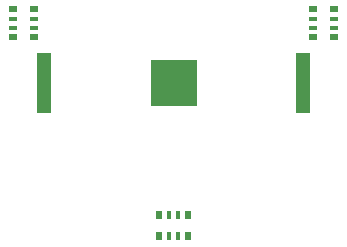
<source format=gbr>
G04 #@! TF.GenerationSoftware,KiCad,Pcbnew,(5.0.0-rc2-dev-82-ga78607874)*
G04 #@! TF.CreationDate,2018-03-09T02:59:27+08:00*
G04 #@! TF.ProjectId,SMD-Heart,534D442D48656172742E6B696361645F,rev?*
G04 #@! TF.SameCoordinates,Original*
G04 #@! TF.FileFunction,Paste,Bot*
G04 #@! TF.FilePolarity,Positive*
%FSLAX46Y46*%
G04 Gerber Fmt 4.6, Leading zero omitted, Abs format (unit mm)*
G04 Created by KiCad (PCBNEW (5.0.0-rc2-dev-82-ga78607874)) date Fri Mar  9 02:59:27 2018*
%MOMM*%
%LPD*%
G01*
G04 APERTURE LIST*
%ADD10R,0.500000X0.800000*%
%ADD11R,0.400000X0.800000*%
%ADD12R,0.800000X0.500000*%
%ADD13R,0.800000X0.400000*%
%ADD14R,1.270000X5.080000*%
%ADD15R,3.960000X3.960000*%
G04 APERTURE END LIST*
D10*
X77400000Y-53605000D03*
D11*
X75800000Y-53605000D03*
X76600000Y-53605000D03*
D10*
X75000000Y-53605000D03*
D11*
X76600000Y-51805000D03*
D10*
X77400000Y-51805000D03*
D11*
X75800000Y-51805000D03*
D10*
X75000000Y-51805000D03*
D12*
X88000000Y-36760000D03*
D13*
X88000000Y-35960000D03*
D12*
X88000000Y-34360000D03*
D13*
X88000000Y-35160000D03*
D12*
X89800000Y-36760000D03*
D13*
X89800000Y-35160000D03*
X89800000Y-35960000D03*
D12*
X89800000Y-34360000D03*
X62600000Y-36760000D03*
D13*
X62600000Y-35160000D03*
X62600000Y-35960000D03*
D12*
X62600000Y-34360000D03*
D13*
X64400000Y-35960000D03*
D12*
X64400000Y-36760000D03*
D13*
X64400000Y-35160000D03*
D12*
X64400000Y-34360000D03*
D14*
X65215000Y-40640000D03*
X87185000Y-40640000D03*
D15*
X76200000Y-40640000D03*
M02*

</source>
